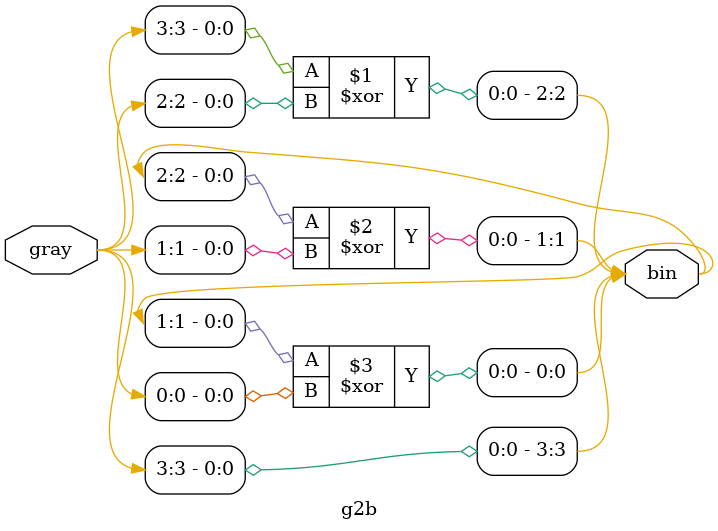
<source format=v>
`timescale 1ns / 1ps


module g2b(
    input [3:0] gray,
    output [3:0] bin
    );
    assign bin[3] = gray[3];
    assign bin[2] = bin[3] ^ gray[2];
    assign bin[1] = bin[2] ^ gray[1];
    assign bin[0] = bin[1] ^ gray[0];
endmodule

</source>
